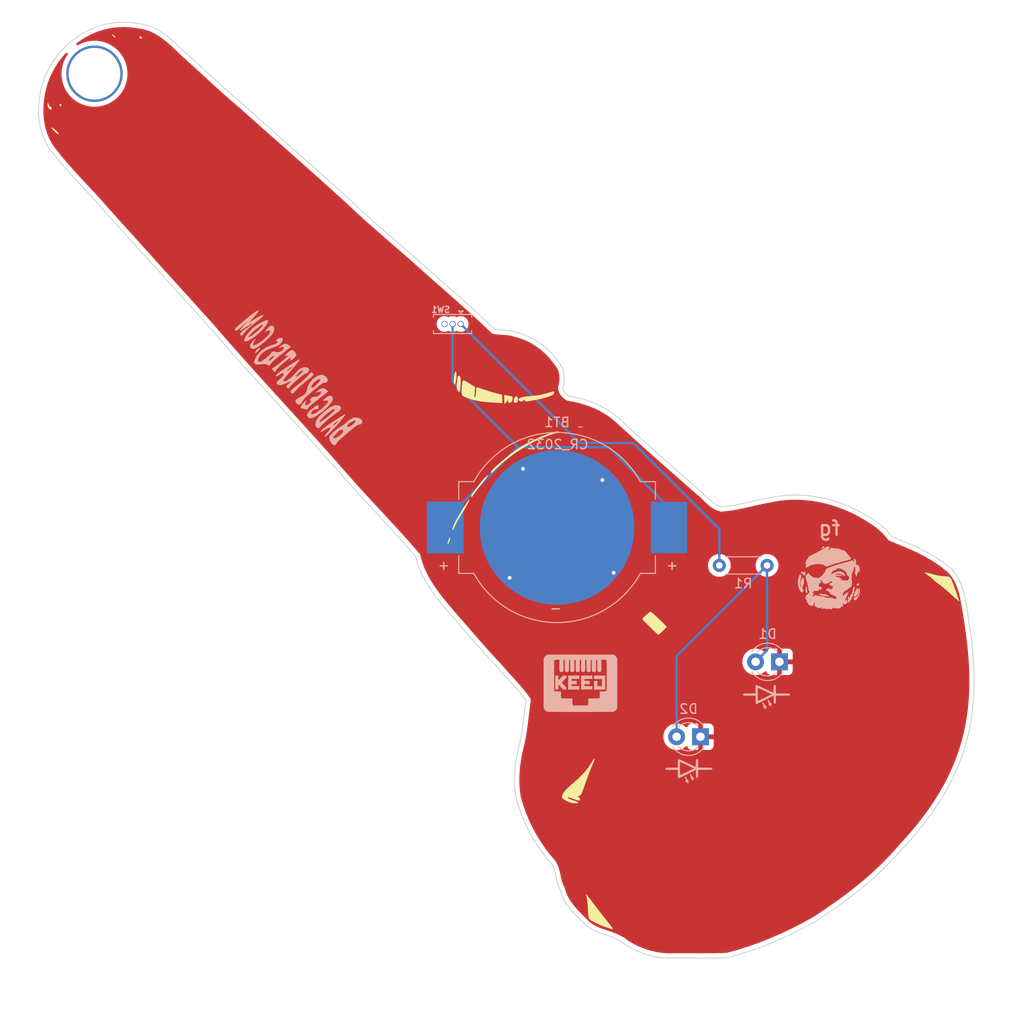
<source format=kicad_pcb>
(kicad_pcb (version 20211014) (generator pcbnew)
  (title_block (title "Toor Camp - Learn to Solder Torch") (date "2022-06-28") (rev "1.0") (company "Badge Pirates"))
  (layers (0 "F.Cu" signal) (31 "B.Cu" signal) (34 "B.Paste" user) (35 "F.Paste" user) (36 "B.SilkS" user "B.Silkscreen") (37 "F.SilkS" user "F.Silkscreen") (38 "B.Mask" user) (39 "F.Mask" user) (44 "Edge.Cuts" user))
  (net 0 "")
  (net 1 "Net-(BT1-Pad1)")
  (net 2 "GND")
  (net 3 "VCC")
  (net 4 "Net-(R1-Pad1)")
  (footprint "BadgePiratesLogo:LED_Schematic_B.SLK" (layer "F.Cu") (at 153.5684 130.4798 180)
    (fp_text reference "G***" hide)
    (fp_text value "LOGO" hide)
  )
  (footprint "LOGO" (layer "F.Cu") (at 134.32875 100.2256)
    (fp_text reference "G***" hide)
    (fp_text value "LOGO" hide)
  )
  (footprint "BadgePiratesLogo:NG_B.SLK" (layer "F.Cu") (at 141.9606 120.8532)
    (fp_text reference "G***" hide)
    (fp_text value "NG_BSilk" hide)
  )
  (footprint "BadgePiratesLogo:FG_B.SILK" (layer "F.Cu") (at 168.5544 109.6518)
    (fp_text reference "G***" hide)
    (fp_text value "fg")
  )
  (footprint "BadgePiratesLogo:BPSkull_Distressed_F.CU" (layer "F.Cu") (at 138.8364 103.9876 45)
    (fp_text reference "G***" hide)
    (fp_text value "BP LOGO" hide)
  )
  (footprint "LOGO" (layer "F.Cu") (at 134.32875 100.2256)
    (fp_text reference "G***" hide)
    (fp_text value "LOGO" hide)
  )
  (footprint "LOGO" (layer "F.Cu") (at 134.32875 100.2256)
    (fp_text reference "G***" hide)
    (fp_text value "LOGO" hide)
  )
  (footprint "BadgePiratesLogo:BadgePiratesURL_B.SLK" (layer "F.Cu") (at 111.2774 88.9762 -50)
    (fp_text reference "G***" hide)
    (fp_text value "LOGO" hide)
  )
  (footprint "BadgePirates:Hole_5.5mm" (layer "F.Cu") (at 90.3224 56.1848)
    (fp_text reference "REF**" hide)
    (fp_text value "5.5mm")
  )
  (footprint "LOGO" (layer "F.Cu") (at 134.32875 100.2256)
    (fp_text reference "G***" hide)
    (fp_text value "LOGO" hide)
  )
  (footprint "BadgePiratesLogo:LED_Schematic_B.SLK" (layer "F.Cu") (at 161.844034 122.581756 180)
    (fp_text reference "G***" hide)
    (fp_text value "LOGO" hide)
  )
  (footprint "LOGO" (layer "F.Cu") (at 134.32875 100.2256)
    (fp_text reference "G***" hide)
    (fp_text value "LOGO" hide)
  )
  (footprint "LOGO" (layer "F.Cu") (at 134.32875 100.2256)
    (fp_text reference "G***" hide)
    (fp_text value "LOGO" hide)
  )
  (footprint "BadgePirates:SW_Slide_1P2T_CK_TH" (layer "B.Cu") (at 129.5146 82.7786 180)
    (fp_text reference "SW1")
    (fp_text value "SW_SPDT")
  )
  (footprint "Resistor_THT:R_Axial_DIN0204_L3.6mm_D1.6mm_P5.08mm_Horizontal" (layer "B.Cu") (at 156.845 108.5342)
    (fp_text reference "R1")
    (fp_text value "R_US")
  )
  (footprint "BadgePirates:BatteryHolder_MPD_BC2003_1x2032_Fixed" (layer "B.Cu") (at 139.573 104.4956 180)
    (fp_text reference "BT1")
    (fp_text value "Battery_Cell")
  )
  (footprint "LED_THT:LED_D3.0mm" (layer "B.Cu") (at 163.2458 118.7958 180)
    (fp_text reference "D1")
    (fp_text value "LED")
  )
  (footprint "LED_THT:LED_D3.0mm" (layer "B.Cu") (at 154.8384 126.7714 180)
    (fp_text reference "D2")
    (fp_text value "LED")
  )
  (gr_line (start 135.06785 130.5935) (end 135.04325 131.2604) (layer "Edge.Cuts") (width 0.1))
  (gr_line (start 140.32295 90.0473) (end 140.24605 89.8939) (layer "Edge.Cuts") (width 0.1))
  (gr_line (start 94.59755 50.780731) (end 94.03178 50.725538) (layer "Edge.Cuts") (width 0.1))
  (gr_line (start 150.41275 96.7405) (end 148.26655 94.8187) (layer "Edge.Cuts") (width 0.1))
  (gr_line (start 139.27585 140.9445) (end 139.37005 141.2945) (layer "Edge.Cuts") (width 0.1))
  (gr_line (start 139.28985 86.2993) (end 139.05515 86.0291) (layer "Edge.Cuts") (width 0.1))
  (gr_line (start 111.76145 64.4486) (end 108.92125 61.9381) (layer "Edge.Cuts") (width 0.1))
  (gr_line (start 97.47185 51.7616) (end 97.16995 51.57461) (layer "Edge.Cuts") (width 0.1))
  (gr_line (start 133.46055 83.4542) (end 132.92565 83.3936) (layer "Edge.Cuts") (width 0.1))
  (gr_line (start 96.54005 51.2525) (end 96.21085 51.121359) (layer "Edge.Cuts") (width 0.1))
  (gr_line (start 130.82305 116.7219) (end 132.13245 118.1958) (layer "Edge.Cuts") (width 0.1))
  (gr_line (start 183.67085 124.879) (end 183.78455 124.061) (layer "Edge.Cuts") (width 0.1))
  (gr_line (start 122.67865 105.4917) (end 123.61265 106.5391) (layer "Edge.Cuts") (width 0.1))
  (gr_line (start 136.66995 136.9941) (end 137.17105 137.8671) (layer "Edge.Cuts") (width 0.1))
  (gr_line (start 136.22125 136.093) (end 136.66995 136.9941) (layer "Edge.Cuts") (width 0.1))
  (gr_line (start 85.61381 64.2708) (end 85.8795 64.6128) (layer "Edge.Cuts") (width 0.1))
  (gr_line (start 137.17105 137.8671) (end 137.72315 138.7092) (layer "Edge.Cuts") (width 0.1))
  (gr_line (start 116.98515 99.2817) (end 117.91755 100.3312) (layer "Edge.Cuts") (width 0.1))
  (gr_line (start 146.08365 148.3948) (end 146.34845 148.5418) (layer "Edge.Cuts") (width 0.1))
  (gr_line (start 123.62765 75.0499) (end 121.53065 73.232) (layer "Edge.Cuts") (width 0.1))
  (gr_line (start 157.69915 102.2366) (end 157.05915 102.2924) (layer "Edge.Cuts") (width 0.1))
  (gr_line (start 123.61265 106.5391) (end 124.52795 107.6026) (layer "Edge.Cuts") (width 0.1))
  (gr_line (start 163.34565 101.1285) (end 162.72885 101.222) (layer "Edge.Cuts") (width 0.1))
  (gr_line (start 175.87395 139.2093) (end 176.37365 138.6354) (layer "Edge.Cuts") (width 0.1))
  (gr_line (start 172.60515 142.3777) (end 173.17845 141.88) (layer "Edge.Cuts") (width 0.1))
  (gr_line (start 179.71155 107.5622) (end 178.99115 107.1453) (layer "Edge.Cuts") (width 0.1))
  (gr_line (start 140.86825 90.5169) (end 140.70865 90.4221) (layer "Edge.Cuts") (width 0.1))
  (gr_line (start 106.06255 87.1572) (end 107.88455 89.1778) (layer "Edge.Cuts") (width 0.1))
  (gr_line (start 143.80295 147.5337) (end 144.08535 147.6449) (layer "Edge.Cuts") (width 0.1))
  (gr_line (start 97.76585 51.96322) (end 97.47185 51.7616) (layer "Edge.Cuts") (width 0.1))
  (gr_line (start 169.48165 101.8058) (end 168.88715 101.6174) (layer "Edge.Cuts") (width 0.1))
  (gr_line (start 148.72935 149.832) (end 149.39935 150.0399) (layer "Edge.Cuts") (width 0.1))
  (gr_line (start 91.41107 50.942323) (end 91.05057 51.038619) (layer "Edge.Cuts") (width 0.1))
  (gr_line (start 138.97525 140.2901) (end 139.06935 140.4461) (layer "Edge.Cuts") (width 0.1))
  (gr_line (start 141.71965 145.9124) (end 142.53215 146.7239) (layer "Edge.Cuts") (width 0.1))
  (gr_line (start 142.99335 91.0433) (end 142.29515 90.8222) (layer "Edge.Cuts") (width 0.1))
  (gr_line (start 140.42985 90.1868) (end 140.32295 90.0473) (layer "Edge.Cuts") (width 0.1))
  (gr_line (start 183.78455 124.061) (end 183.87025 123.2377) (layer "Edge.Cuts") (width 0.1))
  (gr_line (start 125.70345 76.8912) (end 124.67035 75.9652) (layer "Edge.Cuts") (width 0.1))
  (gr_line (start 168.28535 101.4538) (end 167.67765 101.3158) (layer "Edge.Cuts") (width 0.1))
  (gr_line (start 90.69511 51.150509) (end 90.3451 51.27756) (layer "Edge.Cuts") (width 0.1))
  (gr_line (start 156.10265 101.7902) (end 155.82495 101.5478) (layer "Edge.Cuts") (width 0.1))
  (gr_line (start 136.09115 124.1796) (end 135.93805 125.4476) (layer "Edge.Cuts") (width 0.1))
  (gr_line (start 125.52635 110.1176) (end 125.75545 110.507) (layer "Edge.Cuts") (width 0.1))
  (gr_line (start 134.58225 83.5521) (end 134.01965 83.491) (layer "Edge.Cuts") (width 0.1))
  (gr_line (start 183.78155 117.2674) (end 183.68385 116.3766) (layer "Edge.Cuts") (width 0.1))
  (gr_line (start 84.573185 58.12454) (end 84.496026 58.54202) (layer "Edge.Cuts") (width 0.1))
  (gr_line (start 127.64755 113.0576) (end 128.23225 113.7447) (layer "Edge.Cuts") (width 0.1))
  (gr_line (start 159.59515 101.8837) (end 158.96585 102.0224) (layer "Edge.Cuts") (width 0.1))
  (gr_line (start 139.06935 140.4461) (end 139.14945 140.6077) (layer "Edge.Cuts") (width 0.1))
  (gr_line (start 161.48265 101.4592) (end 160.85225 101.5922) (layer "Edge.Cuts") (width 0.1))
  (gr_line (start 175.36005 139.7692) (end 175.87395 139.2093) (layer "Edge.Cuts") (width 0.1))
  (gr_line (start 88.69063 67.8461) (end 90.15208 69.4148) (layer "Edge.Cuts") (width 0.1))
  (gr_line (start 92.51865 50.751308) (end 92.14552 50.798238) (layer "Edge.Cuts") (width 0.1))
  (gr_line (start 165.20775 101.0344) (end 164.58615 101.0355) (layer "Edge.Cuts") (width 0.1))
  (gr_line (start 138.32505 139.5178) (end 138.64415 139.9086) (layer "Edge.Cuts") (width 0.1))
  (gr_line (start 95.52095 50.928824) (end 95.15895 50.871409) (layer "Edge.Cuts") (width 0.1))
  (gr_line (start 145.27555 92.1939) (end 144.96955 91.9926) (layer "Edge.Cuts") (width 0.1))
  (gr_line (start 141.32365 145.4914) (end 141.71965 145.9124) (layer "Edge.Cuts") (width 0.1))
  (gr_line (start 170.82965 143.8063) (end 172.02205 142.8643) (layer "Edge.Cuts") (width 0.1))
  (gr_line (start 136.15455 84.0068) (end 135.81875 83.8833) (layer "Edge.Cuts") (width 0.1))
  (gr_line (start 108.92125 61.9381) (end 106.09435 59.41896) (layer "Edge.Cuts") (width 0.1))
  (gr_line (start 183.15085 127.3079) (end 183.35515 126.5018) (layer "Edge.Cuts") (width 0.1))
  (gr_line (start 140.20865 87.7278) (end 140.09105 87.4249) (layer "Edge.Cuts") (width 0.1))
  (gr_line (start 177.84775 136.9767) (end 178.51545 136.1561) (layer "Edge.Cuts") (width 0.1))
  (gr_line (start 140.32665 88.3671) (end 140.28615 88.0431) (layer "Edge.Cuts") (width 0.1))
  (gr_line (start 175.18615 105.4502) (end 174.84905 105.0253) (layer "Edge.Cuts") (width 0.1))
  (gr_line (start 170.64485 102.2542) (end 170.06795 102.0184) (layer "Edge.Cuts") (width 0.1))
  (gr_line (start 101.45035 55.25196) (end 99.90745 53.86464) (layer "Edge.Cuts") (width 0.1))
  (gr_line (start 139.37005 141.2945) (end 139.44765 141.6517) (layer "Edge.Cuts") (width 0.1))
  (gr_line (start 132.04425 82.5577) (end 131.15215 81.7332) (layer "Edge.Cuts") (width 0.1))
  (gr_line (start 128.23225 113.7447) (end 130.82305 116.7219) (layer "Edge.Cuts") (width 0.1))
  (gr_line (start 85.8795 64.6128) (end 86.55066 65.4476) (layer "Edge.Cuts") (width 0.1))
  (gr_line (start 120.77615 103.4262) (end 122.67865 105.4917) (layer "Edge.Cuts") (width 0.1))
  (gr_line (start 171.21125 102.5127) (end 170.64485 102.2542) (layer "Edge.Cuts") (width 0.1))
  (gr_line (start 173.17765 103.6324) (end 172.71145 103.3401) (layer "Edge.Cuts") (width 0.1))
  (gr_line (start 135.12785 83.6858) (end 134.85845 83.6069) (layer "Edge.Cuts") (width 0.1))
  (gr_line (start 132.13245 118.1958) (end 133.46155 119.6422) (layer "Edge.Cuts") (width 0.1))
  (gr_line (start 164.58615 101.0355) (end 163.96505 101.0666) (layer "Edge.Cuts") (width 0.1))
  (gr_line (start 124.64155 108.0454) (end 124.77835 108.4782) (layer "Edge.Cuts") (width 0.1))
  (gr_line (start 121.53065 73.232) (end 119.44735 71.3985) (layer "Edge.Cuts") (width 0.1))
  (gr_line (start 140.30885 89.0266) (end 140.33315 88.6961) (layer "Edge.Cuts") (width 0.1))
  (gr_line (start 91.77619 50.862053) (end 91.41107 50.942323) (layer "Edge.Cuts") (width 0.1))
  (gr_line (start 107.88455 89.1778) (end 109.71515 91.1898) (layer "Edge.Cuts") (width 0.1))
  (gr_line (start 92.14552 50.798238) (end 91.77619 50.862053) (layer "Edge.Cuts") (width 0.1))
  (gr_line (start 115.18945 97.2391) (end 116.98515 99.2817) (layer "Edge.Cuts") (width 0.1))
  (gr_line (start 125.31255 109.7205) (end 125.52635 110.1176) (layer "Edge.Cuts") (width 0.1))
  (gr_line (start 140.28615 88.0431) (end 140.20865 87.7278) (layer "Edge.Cuts") (width 0.1))
  (gr_line (start 139.51275 86.5798) (end 139.28985 86.2993) (layer "Edge.Cuts") (width 0.1))
  (gr_line (start 135.47635 83.7761) (end 135.12785 83.6858) (layer "Edge.Cuts") (width 0.1))
  (gr_line (start 118.42185 70.4639) (end 117.41275 69.5108) (layer "Edge.Cuts") (width 0.1))
  (gr_line (start 96.21085 51.121359) (end 95.87135 51.012803) (layer "Edge.Cuts") (width 0.1))
  (gr_line (start 140.20675 89.5471) (end 140.25685 89.3548) (layer "Edge.Cuts") (width 0.1))
  (gr_line (start 135.94215 122.4785) (end 136.25455 122.9131) (layer "Edge.Cuts") (width 0.1))
  (gr_line (start 140.07555 143.5881) (end 140.18715 143.8518) (layer "Edge.Cuts") (width 0.1))
  (gr_line (start 173.17845 141.88) (end 173.74135 141.3707) (layer "Edge.Cuts") (width 0.1))
  (gr_line (start 181.20445 132.1145) (end 181.62025 131.3135) (layer "Edge.Cuts") (width 0.1))
  (gr_line (start 135.85065 126.0798) (end 135.74825 126.7098) (layer "Edge.Cuts") (width 0.1))
  (gr_line (start 125.99805 110.8891) (end 126.51745 111.6337) (layer "Edge.Cuts") (width 0.1))
  (gr_line (start 182.95015 111.7363) (end 182.83195 111.2757) (layer "Edge.Cuts") (width 0.1))
  (gr_line (start 85.124847 56.34097) (end 84.984625 56.68714) (layer "Edge.Cuts") (width 0.1))
  (gr_line (start 89.66307 51.57545) (end 89.33188 51.74542) (layer "Edge.Cuts") (width 0.1))
  (gr_line (start 139.73725 142.7063) (end 139.90495 143.0322) (layer "Edge.Cuts") (width 0.1))
  (gr_line (start 124.77835 108.4782) (end 124.93685 108.9013) (layer "Edge.Cuts") (width 0.1))
  (gr_line (start 179.13835 135.3406) (end 179.71755 134.5293) (layer "Edge.Cuts") (width 0.1))
  (gr_line (start 135.33295 128.6086) (end 135.21575 129.2656) (layer "Edge.Cuts") (width 0.1))
  (gr_line (start 139.90495 143.0322) (end 139.98105 143.3151) (layer "Edge.Cuts") (width 0.1))
  (gr_line (start 85.279187 56.00093) (end 85.124847 56.34097) (layer "Edge.Cuts") (width 0.1))
  (gr_line (start 171.76605 102.793) (end 171.21125 102.5127) (layer "Edge.Cuts") (width 0.1))
  (gr_line (start 140.09105 87.4249) (end 139.93035 87.1378) (layer "Edge.Cuts") (width 0.1))
  (gr_line (start 84.37268 60.25) (end 84.391772 60.6792) (layer "Edge.Cuts") (width 0.1))
  (gr_line (start 135.74825 126.7098) (end 135.62485 127.3364) (layer "Edge.Cuts") (width 0.1))
  (gr_line (start 84.652802 57.75814) (end 84.573185 58.12454) (layer "Edge.Cuts") (width 0.1))
  (gr_line (start 135.48685 134.2178) (end 135.82645 135.1667) (layer "Edge.Cuts") (width 0.1))
  (gr_line (start 138.64415 139.9086) (end 138.97525 140.2901) (layer "Edge.Cuts") (width 0.1))
  (gr_line (start 137.72315 138.7092) (end 138.01795 139.1179) (layer "Edge.Cuts") (width 0.1))
  (gr_line (start 144.96955 91.9926) (end 144.33525 91.6275) (layer "Edge.Cuts") (width 0.1))
  (gr_line (start 127.07155 112.3553) (end 127.64755 113.0576) (layer "Edge.Cuts") (width 0.1))
  (gr_line (start 138.01795 139.1179) (end 138.32505 139.5178) (layer "Edge.Cuts") (width 0.1))
  (gr_line (start 151.47915 150.3386) (end 152.18305 150.3256) (layer "Edge.Cuts") (width 0.1))
  (gr_line (start 84.374281 59.82026) (end 84.37268 60.25) (layer "Edge.Cuts") (width 0.1))
  (gr_line (start 134.17025 120.4524) (end 134.89995 121.2482) (layer "Edge.Cuts") (width 0.1))
  (gr_line (start 124.93685 108.9013) (end 125.11545 109.3153) (layer "Edge.Cuts") (width 0.1))
  (gr_line (start 155.82495 101.5478) (end 155.29015 101.0277) (layer "Edge.Cuts") (width 0.1))
  (gr_line (start 177.49435 106.4104) (end 176.72825 106.0783) (layer "Edge.Cuts") (width 0.1))
  (gr_line (start 154.96335 150.3316) (end 156.35265 150.3256) (layer "Edge.Cuts") (width 0.1))
  (gr_line (start 176.72825 106.0783) (end 175.18615 105.4502) (layer "Edge.Cuts") (width 0.1))
  (gr_line (start 106.09435 59.41896) (end 105.29925 58.7479) (layer "Edge.Cuts") (width 0.1))
  (gr_line (start 84.689495 62.3602) (end 84.822872 62.7642) (layer "Edge.Cuts") (width 0.1))
  (gr_line (start 135.60875 122.0586) (end 135.94215 122.4785) (layer "Edge.Cuts") (width 0.1))
  (gr_line (start 183.87025 123.2377) (end 183.92915 122.4084) (layer "Edge.Cuts") (width 0.1))
  (gr_line (start 85.44723 55.66746) (end 85.279187 56.00093) (layer "Edge.Cuts") (width 0.1))
  (gr_line (start 139.05515 86.0291) (end 138.80915 85.7698) (layer "Edge.Cuts") (width 0.1))
  (gr_line (start 113.37455 95.214) (end 115.18945 97.2391) (layer "Edge.Cuts") (width 0.1))
  (gr_line (start 84.432278 61.1062) (end 84.494919 61.5298) (layer "Edge.Cuts") (width 0.1))
  (gr_line (start 146.34845 148.5418) (end 146.60205 148.7099) (layer "Edge.Cuts") (width 0.1))
  (gr_line (start 183.96225 121.5723) (end 183.97085 120.7289) (layer "Edge.Cuts") (width 0.1))
  (gr_line (start 162.54315 148.659) (end 163.70525 148.1483) (layer "Edge.Cuts") (width 0.1))
  (gr_line (start 85.62857 55.34098) (end 85.44723 55.66746) (layer "Edge.Cuts") (width 0.1))
  (gr_line (start 84.822872 62.7642) (end 84.98127 63.1587) (layer "Edge.Cuts") (width 0.1))
  (gr_line (start 162.72885 101.222) (end 162.11595 101.3477) (layer "Edge.Cuts") (width 0.1))
  (gr_line (start 180.40635 108.0212) (end 179.71155 107.5622) (layer "Edge.Cuts") (width 0.1))
  (gr_line (start 148.07745 149.5722) (end 148.72935 149.832) (layer "Edge.Cuts") (width 0.1))
  (gr_line (start 95.87135 51.012803) (end 95.52095 50.928824) (layer "Edge.Cuts") (width 0.1))
  (gr_line (start 137.71975 84.8512) (end 137.42335 84.6537) (layer "Edge.Cuts") (width 0.1))
  (gr_line (start 182.68785 110.8206) (end 182.51415 110.3767) (layer "Edge.Cuts") (width 0.1))
  (gr_line (start 145.80975 148.265) (end 146.08365 148.3948) (layer "Edge.Cuts") (width 0.1))
  (gr_line (start 137.42335 84.6537) (end 137.11825 84.47) (layer "Edge.Cuts") (width 0.1))
  (gr_line (start 173.74135 141.3707) (end 174.29305 140.8495) (layer "Edge.Cuts") (width 0.1))
  (gr_line (start 165.98085 147.023) (end 167.09405 146.4154) (layer "Edge.Cuts") (width 0.1))
  (gr_line (start 86.4786 54.1136) (end 86.02948 54.71073) (layer "Edge.Cuts") (width 0.1))
  (gr_line (start 156.35265 150.3256) (end 157.04515 150.3076) (layer "Edge.Cuts") (width 0.1))
  (gr_line (start 131.15215 81.7332) (end 129.34505 80.109) (layer "Edge.Cuts") (width 0.1))
  (gr_line (start 135.04325 131.2604) (end 135.05565 131.9266) (layer "Edge.Cuts") (width 0.1))
  (gr_line (start 167.67765 101.3158) (end 167.06485 101.2041) (layer "Edge.Cuts") (width 0.1))
  (gr_line (start 124.52795 107.6026) (end 124.64155 108.0454) (layer "Edge.Cuts") (width 0.1))
  (gr_line (start 183.95595 119.8773) (end 183.91865 119.017) (layer "Edge.Cuts") (width 0.1))
  (gr_line (start 84.984625 56.68714) (end 84.858935 57.03901) (layer "Edge.Cuts") (width 0.1))
  (gr_line (start 89.00779 51.92883) (end 88.69121 52.12526) (layer "Edge.Cuts") (width 0.1))
  (gr_line (start 173.63105 103.9429) (end 173.17765 103.6324) (layer "Edge.Cuts") (width 0.1))
  (gr_line (start 155.29015 101.0277) (end 155.01945 100.776) (layer "Edge.Cuts") (width 0.1))
  (gr_line (start 183.92915 122.4084) (end 183.96225 121.5723) (layer "Edge.Cuts") (width 0.1))
  (gr_line (start 98.87525 52.87634) (end 98.33265 52.40243) (layer "Edge.Cuts") (width 0.1))
  (gr_line (start 181.26565 108.6744) (end 181.07055 108.5295) (layer "Edge.Cuts") (width 0.1))
  (gr_line (start 181.44825 108.8301) (end 181.26565 108.6744) (layer "Edge.Cuts") (width 0.1))
  (gr_line (start 143.52735 147.4104) (end 143.80295 147.5337) (layer "Edge.Cuts") (width 0.1))
  (gr_line (start 156.71285 102.1754) (end 156.39635 102.0037) (layer "Edge.Cuts") (width 0.1))
  (gr_line (start 142.53215 146.7239) (end 142.76095 146.9319) (layer "Edge.Cuts") (width 0.1))
  (gr_line (start 179.71755 134.5293) (end 180.25415 133.7217) (layer "Edge.Cuts") (width 0.1))
  (gr_line (start 87.24761 66.2609) (end 87.96329 67.0584) (layer "Edge.Cuts") (width 0.1))
  (gr_line (start 157.05915 102.2924) (end 156.88185 102.2415) (layer "Edge.Cuts") (width 0.1))
  (gr_line (start 136.25455 122.9131) (end 136.09115 124.1796) (layer "Edge.Cuts") (width 0.1))
  (gr_line (start 84.74819 57.39615) (end 84.652802 57.75814) (layer "Edge.Cuts") (width 0.1))
  (gr_line (start 145.24235 148.0428) (end 145.80975 148.265) (layer "Edge.Cuts") (width 0.1))
  (gr_line (start 174.06495 104.2758) (end 173.63105 103.9429) (layer "Edge.Cuts") (width 0.1))
  (gr_line (start 135.20375 133.249) (end 135.33815 133.7357) (layer "Edge.Cuts") (width 0.1))
  (gr_line (start 156.88185 102.2415) (end 156.71285 102.1754) (layer "Edge.Cuts") (width 0.1))
  (gr_line (start 144.66225 147.8459) (end 145.24235 148.0428) (layer "Edge.Cuts") (width 0.1))
  (gr_line (start 135.05565 131.9266) (end 135.10805 132.5902) (layer "Edge.Cuts") (width 0.1))
  (gr_line (start 139.44765 141.6517) (end 139.52425 142.01) (layer "Edge.Cuts") (width 0.1))
  (gr_line (start 165.82885 101.0626) (end 165.20775 101.0344) (layer "Edge.Cuts") (width 0.1))
  (gr_line (start 84.858935 57.03901) (end 84.74819 57.39615) (layer "Edge.Cuts") (width 0.1))
  (gr_line (start 177.13425 137.8029) (end 177.84775 136.9767) (layer "Edge.Cuts") (width 0.1))
  (gr_line (start 91.57544 71.0134) (end 97.02075 77.0413) (layer "Edge.Cuts") (width 0.1))
  (gr_line (start 89.33188 51.74542) (end 89.00779 51.92883) (layer "Edge.Cuts") (width 0.1))
  (gr_line (start 181.77775 109.1709) (end 181.61875 108.9958) (layer "Edge.Cuts") (width 0.1))
  (gr_line (start 95.15895 50.871409) (end 94.59755 50.780731) (layer "Edge.Cuts") (width 0.1))
  (gr_line (start 135.62485 127.3364) (end 135.47475 127.9588) (layer "Edge.Cuts") (width 0.1))
  (gr_line (start 140.45545 144.354) (end 140.60945 144.5937) (layer "Edge.Cuts") (width 0.1))
  (gr_line (start 182.30705 109.95) (end 182.06275 109.5461) (layer "Edge.Cuts") (width 0.1))
  (gr_line (start 183.52805 125.6924) (end 183.67085 124.879) (layer "Edge.Cuts") (width 0.1))
  (gr_line (start 90.3451 51.27756) (end 90.00095 51.41936) (layer "Edge.Cuts") (width 0.1))
  (gr_line (start 182.51415 110.3767) (end 182.30705 109.95) (layer "Edge.Cuts") (width 0.1))
  (gr_line (start 135.47475 127.9588) (end 135.33295 128.6086) (layer "Edge.Cuts") (width 0.1))
  (gr_line (start 180.74945 132.917) (end 181.20445 132.1145) (layer "Edge.Cuts") (width 0.1))
  (gr_line (start 90.00095 51.41936) (end 89.66307 51.57545) (layer "Edge.Cuts") (width 0.1))
  (gr_line (start 182.06275 109.5461) (end 181.77775 109.1709) (layer "Edge.Cuts") (width 0.1))
  (gr_line (start 178.25045 106.7637) (end 177.49435 106.4104) (layer "Edge.Cuts") (width 0.1))
  (gr_line (start 181.62025 131.3135) (end 181.99795 130.5134) (layer "Edge.Cuts") (width 0.1))
  (gr_line (start 137.11825 84.47) (end 136.80475 84.3006) (layer "Edge.Cuts") (width 0.1))
  (gr_line (start 90.87205 70.2075) (end 91.57544 71.0134) (layer "Edge.Cuts") (width 0.1))
  (gr_line (start 158.96585 102.0224) (end 158.33425 102.1434) (layer "Edge.Cuts") (width 0.1))
  (gr_line (start 139.72335 86.8703) (end 139.51275 86.5798) (layer "Edge.Cuts") (width 0.1))
  (gr_line (start 149.39935 150.0399) (end 150.08345 150.1946) (layer "Edge.Cuts") (width 0.1))
  (gr_line (start 140.70865 90.4221) (end 140.56045 90.3119) (layer "Edge.Cuts") (width 0.1))
  (gr_line (start 109.71515 91.1898) (end 113.37455 95.214) (layer "Edge.Cuts") (width 0.1))
  (gr_line (start 181.61875 108.9958) (end 181.44825 108.8301) (layer "Edge.Cuts") (width 0.1))
  (gr_line (start 135.10805 132.5902) (end 135.20375 133.249) (layer "Edge.Cuts") (width 0.1))
  (gr_line (start 124.67035 75.9652) (end 123.62765 75.0499) (layer "Edge.Cuts") (width 0.1))
  (gr_line (start 86.02948 54.71073) (end 85.62857 55.34098) (layer "Edge.Cuts") (width 0.1))
  (gr_line (start 183.28825 113.6325) (end 182.95015 111.7363) (layer "Edge.Cuts") (width 0.1))
  (gr_line (start 92.89516 50.721694) (end 92.89516 50.721694) (layer "Edge.Cuts") (width 0.1))
  (gr_line (start 146.60205 148.7099) (end 146.84265 148.9026) (layer "Edge.Cuts") (width 0.1))
  (gr_line (start 156.39635 102.0037) (end 156.10265 101.7902) (layer "Edge.Cuts") (width 0.1))
  (gr_line (start 144.33525 91.6275) (end 143.67495 91.3114) (layer "Edge.Cuts") (width 0.1))
  (gr_line (start 138.00705 85.0621) (end 137.71975 84.8512) (layer "Edge.Cuts") (width 0.1))
  (gr_line (start 88.69121 52.12526) (end 88.08225 52.55544) (layer "Edge.Cuts") (width 0.1))
  (gr_line (start 140.33315 88.6961) (end 140.32665 88.3671) (layer "Edge.Cuts") (width 0.1))
  (gr_line (start 117.91755 100.3312) (end 118.86385 101.3687) (layer "Edge.Cuts") (width 0.1))
  (gr_line (start 183.56835 115.4743) (end 183.28825 113.6325) (layer "Edge.Cuts") (width 0.1))
  (gr_line (start 85.37602 63.9135) (end 85.61381 64.2708) (layer "Edge.Cuts") (width 0.1))
  (gr_line (start 97.16995 51.57461) (end 96.85955 51.40425) (layer "Edge.Cuts") (width 0.1))
  (gr_line (start 163.96505 101.0666) (end 163.34565 101.1285) (layer "Edge.Cuts") (width 0.1))
  (gr_line (start 174.47315 104.6352) (end 174.06495 104.2758) (layer "Edge.Cuts") (width 0.1))
  (gr_line (start 135.21575 129.2656) (end 135.12645 129.9279) (layer "Edge.Cuts") (width 0.1))
  (gr_line (start 84.395853 59.39136) (end 84.374281 59.82026) (layer "Edge.Cuts") (width 0.1))
  (gr_line (start 84.98127 63.1587) (end 85.165411 63.5423) (layer "Edge.Cuts") (width 0.1))
  (gr_line (start 126.51745 111.6337) (end 127.07155 112.3553) (layer "Edge.Cuts") (width 0.1))
  (gr_line (start 133.46155 119.6422) (end 134.17025 120.4524) (layer "Edge.Cuts") (width 0.1))
  (gr_line (start 84.496026 58.54202) (end 84.436675 58.96478) (layer "Edge.Cuts") (width 0.1))
  (gr_line (start 147.44725 149.262) (end 148.07745 149.5722) (layer "Edge.Cuts") (width 0.1))
  (gr_line (start 172.71145 103.3401) (end 171.76605 102.793) (layer "Edge.Cuts") (width 0.1))
  (gr_line (start 157.04515 150.3076) (end 157.73565 150.2746) (layer "Edge.Cuts") (width 0.1))
  (gr_line (start 93.46365 50.705853) (end 92.89516 50.721694) (layer "Edge.Cuts") (width 0.1))
  (gr_line (start 132.92565 83.3936) (end 132.04425 82.5577) (layer "Edge.Cuts") (width 0.1))
  (gr_line (start 139.93035 87.1378) (end 139.72335 86.8703) (layer "Edge.Cuts") (width 0.1))
  (gr_line (start 102.47265 83.0641) (end 104.25635 85.1215) (layer "Edge.Cuts") (width 0.1))
  (gr_line (start 182.91405 128.1114) (end 183.15085 127.3079) (layer "Edge.Cuts") (width 0.1))
  (gr_line (start 170.06795 102.0184) (end 169.48165 101.8058) (layer "Edge.Cuts") (width 0.1))
  (gr_line (start 154.73725 100.5469) (end 150.41275 96.7405) (layer "Edge.Cuts") (width 0.1))
  (gr_line (start 163.70525 148.1483) (end 164.85115 147.6018) (layer "Edge.Cuts") (width 0.1))
  (gr_line (start 96.85955 51.40425) (end 96.54005 51.2525) (layer "Edge.Cuts") (width 0.1))
  (gr_line (start 162.11595 101.3477) (end 161.48265 101.4592) (layer "Edge.Cuts") (width 0.1))
  (gr_line (start 178.51545 136.1561) (end 179.13835 135.3406) (layer "Edge.Cuts") (width 0.1))
  (gr_line (start 87.96329 67.0584) (end 88.69063 67.8461) (layer "Edge.Cuts") (width 0.1))
  (gr_line (start 183.86015 118.1473) (end 183.78155 117.2674) (layer "Edge.Cuts") (width 0.1))
  (gr_line (start 135.12645 129.9279) (end 135.06785 130.5935) (layer "Edge.Cuts") (width 0.1))
  (gr_line (start 99.39855 53.36905) (end 98.87525 52.87634) (layer "Edge.Cuts") (width 0.1))
  (gr_line (start 129.34505 80.109) (end 125.70345 76.8912) (layer "Edge.Cuts") (width 0.1))
  (gr_line (start 88.08225 52.55544) (end 87.50829 53.03252) (layer "Edge.Cuts") (width 0.1))
  (gr_line (start 97.02075 77.0413) (end 102.47265 83.0641) (layer "Edge.Cuts") (width 0.1))
  (gr_line (start 125.11545 109.3153) (end 125.31255 109.7205) (layer "Edge.Cuts") (width 0.1))
  (gr_line (start 114.59775 66.9673) (end 111.76145 64.4486) (layer "Edge.Cuts") (width 0.1))
  (gr_line (start 136.80475 84.3006) (end 136.48335 84.146) (layer "Edge.Cuts") (width 0.1))
  (gr_line (start 85.165411 63.5423) (end 85.37602 63.9135) (layer "Edge.Cuts") (width 0.1))
  (gr_line (start 146.84265 148.9026) (end 147.44725 149.262) (layer "Edge.Cuts") (width 0.1))
  (gr_line (start 174.29305 140.8495) (end 174.83285 140.3158) (layer "Edge.Cuts") (width 0.1))
  (gr_line (start 134.01965 83.491) (end 133.46055 83.4542) (layer "Edge.Cuts") (width 0.1))
  (gr_line (start 94.03178 50.725538) (end 93.46365 50.705853) (layer "Edge.Cuts") (width 0.1))
  (gr_line (start 172.02205 142.8643) (end 172.60515 142.3777) (layer "Edge.Cuts") (width 0.1))
  (gr_line (start 158.33425 102.1434) (end 157.69915 102.2366) (layer "Edge.Cuts") (width 0.1))
  (gr_line (start 168.35985 145.5781) (end 169.60695 144.7097) (layer "Edge.Cuts") (width 0.1))
  (gr_line (start 160.85225 101.5922) (end 159.59515 101.8837) (layer "Edge.Cuts") (width 0.1))
  (gr_line (start 139.52425 142.01) (end 139.61555 142.3636) (layer "Edge.Cuts") (width 0.1))
  (gr_line (start 118.86385 101.3687) (end 120.77615 103.4262) (layer "Edge.Cuts") (width 0.1))
  (gr_line (start 104.51705 58.06199) (end 102.97795 56.66203) (layer "Edge.Cuts") (width 0.1))
  (gr_line (start 136.48335 84.146) (end 136.15455 84.0068) (layer "Edge.Cuts") (width 0.1))
  (gr_line (start 182.64375 128.9131) (end 182.91405 128.1114) (layer "Edge.Cuts") (width 0.1))
  (gr_line (start 161.36495 149.1305) (end 162.54315 148.659) (layer "Edge.Cuts") (width 0.1))
  (gr_line (start 160.17095 149.5593) (end 161.36495 149.1305) (layer "Edge.Cuts") (width 0.1))
  (gr_line (start 86.97264 53.55306) (end 86.4786 54.1136) (layer "Edge.Cuts") (width 0.1))
  (gr_line (start 144.08535 147.6449) (end 144.66225 147.8459) (layer "Edge.Cuts") (width 0.1))
  (gr_line (start 142.76095 146.9319) (end 143.00435 147.1132) (layer "Edge.Cuts") (width 0.1))
  (gr_line (start 119.44735 71.3985) (end 118.42185 70.4639) (layer "Edge.Cuts") (width 0.1))
  (gr_line (start 158.96115 149.9419) (end 160.17095 149.5593) (layer "Edge.Cuts") (width 0.1))
  (gr_line (start 134.85845 83.6069) (end 134.58225 83.5521) (layer "Edge.Cuts") (width 0.1))
  (gr_line (start 157.73565 150.2746) (end 158.96115 149.9419) (layer "Edge.Cuts") (width 0.1))
  (gr_line (start 140.18715 143.8518) (end 140.31425 144.1069) (layer "Edge.Cuts") (width 0.1))
  (gr_line (start 105.29925 58.7479) (end 104.51705 58.06199) (layer "Edge.Cuts") (width 0.1))
  (gr_line (start 138.28465 85.2858) (end 138.00705 85.0621) (layer "Edge.Cuts") (width 0.1))
  (gr_line (start 104.25635 85.1215) (end 106.06255 87.1572) (layer "Edge.Cuts") (width 0.1))
  (gr_line (start 174.84905 105.0253) (end 174.47315 104.6352) (layer "Edge.Cuts") (width 0.1))
  (gr_line (start 140.24605 89.8939) (end 140.20525 89.727) (layer "Edge.Cuts") (width 0.1))
  (gr_line (start 176.37365 138.6354) (end 177.13425 137.8029) (layer "Edge.Cuts") (width 0.1))
  (gr_line (start 135.81875 83.8833) (end 135.47635 83.7761) (layer "Edge.Cuts") (width 0.1))
  (gr_line (start 146.14125 92.874) (end 145.86195 92.6345) (layer "Edge.Cuts") (width 0.1))
  (gr_line (start 139.61555 142.3636) (end 139.73725 142.7063) (layer "Edge.Cuts") (width 0.1))
  (gr_line (start 180.74255 108.2688) (end 180.40635 108.0212) (layer "Edge.Cuts") (width 0.1))
  (gr_line (start 150.08345 150.1946) (end 150.77795 150.2946) (layer "Edge.Cuts") (width 0.1))
  (gr_line (start 140.56045 90.3119) (end 140.42985 90.1868) (layer "Edge.Cuts") (width 0.1))
  (gr_line (start 143.67495 91.3114) (end 142.99335 91.0433) (layer "Edge.Cuts") (width 0.1))
  (gr_line (start 142.29515 90.8222) (end 141.58525 90.6471) (layer "Edge.Cuts") (width 0.1))
  (gr_line (start 139.14945 140.6077) (end 139.27585 140.9445) (layer "Edge.Cuts") (width 0.1))
  (gr_line (start 84.494919 61.5298) (end 84.580418 61.9482) (layer "Edge.Cuts") (width 0.1))
  (gr_line (start 135.93805 125.4476) (end 135.85065 126.0798) (layer "Edge.Cuts") (width 0.1))
  (gr_line (start 174.83285 140.3158) (end 175.36005 139.7692) (layer "Edge.Cuts") (width 0.1))
  (gr_line (start 87.50829 53.03252) (end 86.97264 53.55306) (layer "Edge.Cuts") (width 0.1))
  (gr_line (start 140.60945 144.5937) (end 140.94975 145.0535) (layer "Edge.Cuts") (width 0.1))
  (gr_line (start 183.91865 119.017) (end 183.86015 118.1473) (layer "Edge.Cuts") (width 0.1))
  (gr_line (start 148.26655 94.8187) (end 146.14125 92.874) (layer "Edge.Cuts") (width 0.1))
  (gr_line (start 150.77795 150.2946) (end 151.47915 150.3386) (layer "Edge.Cuts") (width 0.1))
  (gr_line (start 135.82645 135.1667) (end 136.22125 136.093) (layer "Edge.Cuts") (width 0.1))
  (gr_line (start 143.26055 147.2715) (end 143.52735 147.4104) (layer "Edge.Cuts") (width 0.1))
  (gr_line (start 84.391772 60.6792) (end 84.432278 61.1062) (layer "Edge.Cuts") (width 0.1))
  (gr_line (start 125.75545 110.507) (end 125.99805 110.8891) (layer "Edge.Cuts") (width 0.1))
  (gr_line (start 140.20525 89.727) (end 140.20675 89.5471) (layer "Edge.Cuts") (width 0.1))
  (gr_line (start 84.436675 58.96478) (end 84.395853 59.39136) (layer "Edge.Cuts") (width 0.1))
  (gr_line (start 183.68385 116.3766) (end 183.56835 115.4743) (layer "Edge.Cuts") (width 0.1))
  (gr_line (start 178.99115 107.1453) (end 178.25045 106.7637) (layer "Edge.Cuts") (width 0.1))
  (gr_line (start 139.98105 143.3151) (end 140.07555 143.5881) (layer "Edge.Cuts") (width 0.1))
  (gr_line (start 91.05057 51.038619) (end 90.69511 51.150509) (layer "Edge.Cuts") (width 0.1))
  (gr_line (start 99.90745 53.86464) (end 99.39855 53.36905) (layer "Edge.Cuts") (width 0.1))
  (gr_line (start 166.44825 101.1195) (end 165.82885 101.0626) (layer "Edge.Cuts") (width 0.1))
  (gr_line (start 180.25415 133.7217) (end 180.74945 132.917) (layer "Edge.Cuts") (width 0.1))
  (gr_line (start 145.57315 92.4078) (end 145.27555 92.1939) (layer "Edge.Cuts") (width 0.1))
  (gr_line (start 145.86195 92.6345) (end 145.57315 92.4078) (layer "Edge.Cuts") (width 0.1))
  (gr_line (start 134.89995 121.2482) (end 135.60875 122.0586) (layer "Edge.Cuts") (width 0.1))
  (gr_line (start 164.85115 147.6018) (end 165.98085 147.023) (layer "Edge.Cuts") (width 0.1))
  (gr_line (start 138.80915 85.7698) (end 138.55215 85.5218) (layer "Edge.Cuts") (width 0.1))
  (gr_line (start 90.15208 69.4148) (end 90.87205 70.2075) (layer "Edge.Cuts") (width 0.1))
  (gr_line (start 153.57205 150.3216) (end 154.96335 150.3316) (layer "Edge.Cuts") (width 0.1))
  (gr_line (start 183.97085 120.7289) (end 183.95595 119.8773) (layer "Edge.Cuts") (width 0.1))
  (gr_line (start 141.58525 90.6471) (end 140.86825 90.5169) (layer "Edge.Cuts") (width 0.1))
  (gr_line (start 167.09405 146.4154) (end 168.35985 145.5781) (layer "Edge.Cuts") (width 0.1))
  (gr_line (start 183.35515 126.5018) (end 183.52805 125.6924) (layer "Edge.Cuts") (width 0.1))
  (gr_line (start 98.33265 52.40243) (end 97.76585 51.96322) (layer "Edge.Cuts") (width 0.1))
  (gr_line (start 182.33875 129.7135) (end 182.64375 128.9131) (layer "Edge.Cuts") (width 0.1))
  (gr_line (start 86.55066 65.4476) (end 87.24761 66.2609) (layer "Edge.Cuts") (width 0.1))
  (gr_line (start 152.18305 150.3256) (end 153.57205 150.3216) (layer "Edge.Cuts") (width 0.1))
  (gr_line (start 167.06485 101.2041) (end 166.44825 101.1195) (layer "Edge.Cuts") (width 0.1))
  (gr_line (start 140.31425 144.1069) (end 140.45545 144.354) (layer "Edge.Cuts") (width 0.1))
  (gr_line (start 135.33815 133.7357) (end 135.48685 134.2178) (layer "Edge.Cuts") (width 0.1))
  (gr_line (start 181.07055 108.5295) (end 180.74255 108.2688) (layer "Edge.Cuts") (width 0.1))
  (gr_line (start 181.99795 130.5134) (end 182.33875 129.7135) (layer "Edge.Cuts") (width 0.1))
  (gr_line (start 168.88715 101.6174) (end 168.28535 101.4538) (layer "Edge.Cuts") (width 0.1))
  (gr_line (start 140.94975 145.0535) (end 141.32365 145.4914) (layer "Edge.Cuts") (width 0.1))
  (gr_line (start 155.01945 100.776) (end 154.73725 100.5469) (layer "Edge.Cuts") (width 0.1))
  (gr_line (start 92.89516 50.721694) (end 92.89516 50.721694) (layer "Edge.Cuts") (width 0.1))
  (gr_line (start 117.41275 69.5108) (end 114.59775 66.9673) (layer "Edge.Cuts") (width 0.1))
  (gr_line (start 102.97795 56.66203) (end 101.45035 55.25196) (layer "Edge.Cuts") (width 0.1))
  (gr_line (start 143.00435 147.1132) (end 143.26055 147.2715) (layer "Edge.Cuts") (width 0.1))
  (gr_line (start 84.580418 61.9482) (end 84.689495 62.3602) (layer "Edge.Cuts") (width 0.1))
  (gr_line (start 169.60695 144.7097) (end 170.82965 143.8063) (layer "Edge.Cuts") (width 0.1))
  (gr_line (start 182.83195 111.2757) (end 182.68785 110.8206) (layer "Edge.Cuts") (width 0.1))
  (gr_line (start 138.55215 85.5218) (end 138.28465 85.2858) (layer "Edge.Cuts") (width 0.1))
  (gr_line (start 140.25685 89.3548) (end 140.30885 89.0266) (layer "Edge.Cuts") (width 0.1))
  (gr_line (start 92.89516 50.721694) (end 92.51865 50.751308) (layer "Edge.Cuts") (width 0.1))
  (segment (start 135.414967 95.941333) (end 128.4478 88.974166) (width 0.25) (layer "B.Cu") (net 1))
  (segment (start 127.668 103.6883) (end 135.414967 95.941333) (width 0.25) (layer "B.Cu") (net 1))
  (segment (start 145.064933 95.941333) (end 151.478 102.3544) (width 0.25) (layer "B.Cu") (net 1))
  (segment (start 127.668 104.4956) (end 127.668 103.6883) (width 0.25) (layer "B.Cu") (net 1))
  (segment (start 151.478 102.3544) (end 151.478 104.4956) (width 0.25) (layer "B.Cu") (net 1))
  (segment (start 135.414967 95.941333) (end 145.064933 95.941333) (width 0.25) (layer "B.Cu") (net 1))
  (segment (start 128.4478 88.974166) (end 128.4478 82.8294) (width 0.25) (layer "B.Cu") (net 1))
  (via (at 135.9408 98.2472) (size 0.6) (drill 0.4) (layers "F.Cu" "B.Cu") (net 2))
  (via (at 134.5184 109.855) (size 0.6) (drill 0.4) (layers "F.Cu" "B.Cu") (net 2))
  (via (at 145.5928 109.3216) (size 0.6) (drill 0.4) (layers "F.Cu" "B.Cu") (net 2))
  (via (at 144.399 99.441) (size 0.6) (drill 0.4) (layers "F.Cu" "B.Cu") (net 2))
  (segment (start 152.2984 118.1608) (end 161.925 108.5342) (width 0.25) (layer "B.Cu") (net 3))
  (segment (start 152.2984 126.7714) (end 152.2984 118.1608) (width 0.25) (layer "B.Cu") (net 3))
  (segment (start 161.925 108.5342) (end 161.925 117.5766) (width 0.25) (layer "B.Cu") (net 3))
  (segment (start 161.925 117.5766) (end 160.7058 118.7958) (width 0.25) (layer "B.Cu") (net 3))
  (segment (start 129.3114 82.8294) (end 141.973813 95.491813) (width 0.25) (layer "B.Cu") (net 4))
  (segment (start 156.845 104.648) (end 156.845 108.5342) (width 0.25) (layer "B.Cu") (net 4))
  (segment (start 147.688813 95.491813) (end 156.845 104.648) (width 0.25) (layer "B.Cu") (net 4))
  (segment (start 141.973813 95.491813) (end 147.688813 95.491813) (width 0.25) (layer "B.Cu") (net 4))
  (zone (net 2) (net_name "GND") (layer "F.Cu") (connect_pads (clearance 0.508)) (min_thickness 0.254) (fill yes (thermal_gap 0.508) (thermal_bridge_width 0.508))
    (polygon (pts (xy 158.6738 99.4918) (xy 177.8762 96.4692) (xy 189.2808 119.7102) (xy 177.3174 143.9418) (xy 154.8892 157.1244) (xy 151.1808 155.8798) (xy 139.9032 149.4028) (xy 131.4196 134.6708) (xy 133.096 124.3838) (xy 80.264 62.6364) (xy 82.8294 50.5714) (xy 96.6978 48.3362)))
  )
)
</source>
